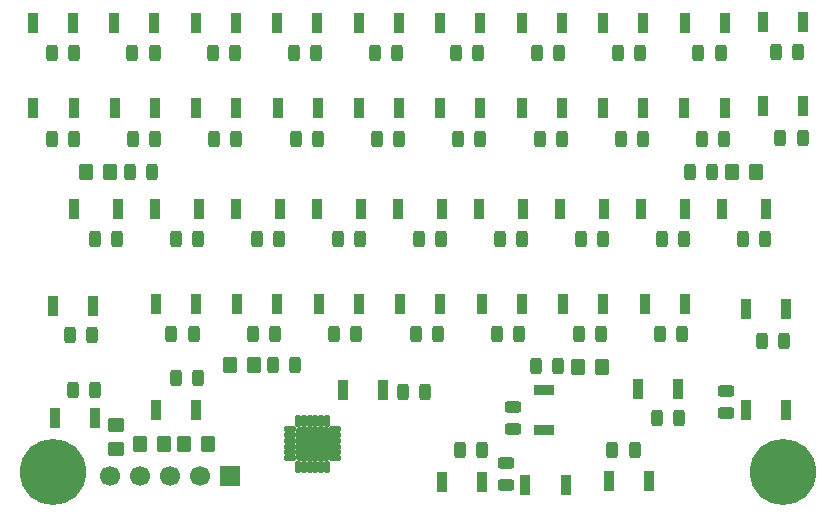
<source format=gbr>
%TF.GenerationSoftware,KiCad,Pcbnew,9.0.6*%
%TF.CreationDate,2026-02-19T22:08:45+11:00*%
%TF.ProjectId,Cooee_keyboard_68mm,436f6f65-655f-46b6-9579-626f6172645f,rev?*%
%TF.SameCoordinates,Original*%
%TF.FileFunction,Soldermask,Top*%
%TF.FilePolarity,Negative*%
%FSLAX46Y46*%
G04 Gerber Fmt 4.6, Leading zero omitted, Abs format (unit mm)*
G04 Created by KiCad (PCBNEW 9.0.6) date 2026-02-19 22:08:45*
%MOMM*%
%LPD*%
G01*
G04 APERTURE LIST*
G04 Aperture macros list*
%AMRoundRect*
0 Rectangle with rounded corners*
0 $1 Rounding radius*
0 $2 $3 $4 $5 $6 $7 $8 $9 X,Y pos of 4 corners*
0 Add a 4 corners polygon primitive as box body*
4,1,4,$2,$3,$4,$5,$6,$7,$8,$9,$2,$3,0*
0 Add four circle primitives for the rounded corners*
1,1,$1+$1,$2,$3*
1,1,$1+$1,$4,$5*
1,1,$1+$1,$6,$7*
1,1,$1+$1,$8,$9*
0 Add four rect primitives between the rounded corners*
20,1,$1+$1,$2,$3,$4,$5,0*
20,1,$1+$1,$4,$5,$6,$7,0*
20,1,$1+$1,$6,$7,$8,$9,0*
20,1,$1+$1,$8,$9,$2,$3,0*%
G04 Aperture macros list end*
%ADD10RoundRect,0.243750X-0.243750X-0.456250X0.243750X-0.456250X0.243750X0.456250X-0.243750X0.456250X0*%
%ADD11R,1.700000X0.900000*%
%ADD12R,0.900000X1.700000*%
%ADD13C,3.600000*%
%ADD14C,5.600000*%
%ADD15RoundRect,0.243750X-0.456250X0.243750X-0.456250X-0.243750X0.456250X-0.243750X0.456250X0.243750X0*%
%ADD16RoundRect,0.250000X0.350000X0.450000X-0.350000X0.450000X-0.350000X-0.450000X0.350000X-0.450000X0*%
%ADD17RoundRect,0.250000X-0.350000X-0.450000X0.350000X-0.450000X0.350000X0.450000X-0.350000X0.450000X0*%
%ADD18RoundRect,0.243750X0.243750X0.456250X-0.243750X0.456250X-0.243750X-0.456250X0.243750X-0.456250X0*%
%ADD19RoundRect,0.102000X0.420000X0.130000X-0.420000X0.130000X-0.420000X-0.130000X0.420000X-0.130000X0*%
%ADD20RoundRect,0.102000X0.130000X0.420000X-0.130000X0.420000X-0.130000X-0.420000X0.130000X-0.420000X0*%
%ADD21RoundRect,0.102000X1.300000X1.300000X-1.300000X1.300000X-1.300000X-1.300000X1.300000X-1.300000X0*%
%ADD22RoundRect,0.250000X0.450000X-0.350000X0.450000X0.350000X-0.450000X0.350000X-0.450000X-0.350000X0*%
%ADD23R,1.700000X1.700000*%
%ADD24C,1.700000*%
G04 APERTURE END LIST*
D10*
%TO.C,D36*%
X160258699Y-82250000D03*
X162133701Y-82250000D03*
%TD*%
D11*
%TO.C,SWe88*%
X160850001Y-110774999D03*
X160850001Y-114175001D03*
%TD*%
D10*
%TO.C,D39*%
X180525499Y-82150000D03*
X182400501Y-82150000D03*
%TD*%
%TO.C,D20*%
X143415599Y-97975000D03*
X145290601Y-97975000D03*
%TD*%
%TO.C,D52*%
X170413899Y-113200000D03*
X172288901Y-113200000D03*
%TD*%
%TO.C,D11*%
X132869599Y-82250000D03*
X134744601Y-82250000D03*
%TD*%
D12*
%TO.C,SWe14*%
X158983300Y-86875000D03*
X162383300Y-86875000D03*
%TD*%
%TO.C,SWe64*%
X148700000Y-103525000D03*
X152100000Y-103525000D03*
%TD*%
D10*
%TO.C,D4*%
X137925000Y-108700000D03*
X139800000Y-108700000D03*
%TD*%
D13*
%TO.C,H2*%
X119300000Y-117700000D03*
D14*
X119300000Y-117700000D03*
%TD*%
D10*
%TO.C,D15*%
X132959699Y-89550000D03*
X134834701Y-89550000D03*
%TD*%
D12*
%TO.C,SWe7*%
X169800000Y-118500000D03*
X166399998Y-118500000D03*
%TD*%
%TO.C,SWe12*%
X119475000Y-113175000D03*
X122875000Y-113175000D03*
%TD*%
%TO.C,SWe13*%
X152200000Y-118575000D03*
X155600000Y-118575000D03*
%TD*%
D10*
%TO.C,D21*%
X150008299Y-106025000D03*
X151883301Y-106025000D03*
%TD*%
%TO.C,D26*%
X157134399Y-97975000D03*
X159009401Y-97975000D03*
%TD*%
%TO.C,D43*%
X174276399Y-89550000D03*
X176151401Y-89550000D03*
%TD*%
%TO.C,D14*%
X136219399Y-106025000D03*
X138094401Y-106025000D03*
%TD*%
D12*
%TO.C,SWe50*%
X181400001Y-112450000D03*
X177999999Y-112450000D03*
%TD*%
D10*
%TO.C,D17*%
X143113899Y-106025000D03*
X144988901Y-106025000D03*
%TD*%
D12*
%TO.C,SWe38*%
X169051065Y-95475000D03*
X172780476Y-95475000D03*
%TD*%
D15*
%TO.C,D22*%
X157650001Y-116987499D03*
X157650001Y-118862501D03*
%TD*%
D10*
%TO.C,D27*%
X163797199Y-106025000D03*
X165672201Y-106025000D03*
%TD*%
%TO.C,D45*%
X170853099Y-97975000D03*
X172728101Y-97975000D03*
%TD*%
D12*
%TO.C,SWe20*%
X138283300Y-79750000D03*
X141683300Y-79750000D03*
%TD*%
%TO.C,SWe21*%
X145186100Y-79750000D03*
X148586100Y-79750000D03*
%TD*%
%TO.C,SWe73*%
X148497794Y-95475000D03*
X152227206Y-95475000D03*
%TD*%
%TO.C,SWe53*%
X134800047Y-95475000D03*
X138529459Y-95475000D03*
%TD*%
%TO.C,SWe87*%
X155600000Y-103525000D03*
X159000000Y-103525000D03*
%TD*%
%TO.C,SWe2*%
X162700002Y-118800000D03*
X159300000Y-118800000D03*
%TD*%
D10*
%TO.C,D8*%
X122837499Y-97975000D03*
X124712501Y-97975000D03*
%TD*%
D12*
%TO.C,SWe33*%
X121074999Y-95475000D03*
X124804412Y-95475000D03*
%TD*%
D10*
%TO.C,D16*%
X136556299Y-97975000D03*
X138431301Y-97975000D03*
%TD*%
D12*
%TO.C,SWe62*%
X138316700Y-86875000D03*
X141716700Y-86875000D03*
%TD*%
%TO.C,SWe28*%
X172797200Y-79750000D03*
X176197200Y-79750000D03*
%TD*%
%TO.C,SWe27*%
X165894400Y-79750000D03*
X169294400Y-79750000D03*
%TD*%
%TO.C,SWe29*%
X179425000Y-79650000D03*
X182825000Y-79650000D03*
%TD*%
%TO.C,SWe34*%
X128000000Y-103525000D03*
X131400000Y-103525000D03*
%TD*%
D10*
%TO.C,D25*%
X153618099Y-89550000D03*
X155493101Y-89550000D03*
%TD*%
D16*
%TO.C,R2*%
X136300000Y-108700000D03*
X134300000Y-108700000D03*
%TD*%
D10*
%TO.C,D3*%
X120762499Y-106175000D03*
X122637501Y-106175000D03*
%TD*%
D17*
%TO.C,R6*%
X163762499Y-108805000D03*
X165762499Y-108805000D03*
%TD*%
D18*
%TO.C,D91*%
X150803409Y-110975336D03*
X148928407Y-110975336D03*
%TD*%
D12*
%TO.C,SWe4*%
X152094400Y-86875000D03*
X155494400Y-86875000D03*
%TD*%
D19*
%TO.C,U1*%
X143220000Y-116575000D03*
X143220000Y-116075000D03*
X143220000Y-115575000D03*
X143220000Y-115075000D03*
X143220000Y-114575000D03*
X143220000Y-114075000D03*
D20*
X142525000Y-113380000D03*
X142025000Y-113380000D03*
X141525000Y-113380000D03*
X141025000Y-113380000D03*
X140525000Y-113380000D03*
X140025000Y-113380000D03*
D19*
X139330000Y-114075000D03*
X139330000Y-114575000D03*
X139330000Y-115075000D03*
X139330000Y-115575000D03*
X139330000Y-116075000D03*
X139330000Y-116575000D03*
D20*
X140025000Y-117270000D03*
X140525000Y-117270000D03*
X141025000Y-117270000D03*
X141525000Y-117270000D03*
X142025000Y-117270000D03*
X142525000Y-117270000D03*
D21*
X141275000Y-115325000D03*
%TD*%
D22*
%TO.C,R1*%
X124660000Y-115770000D03*
X124660000Y-113770000D03*
%TD*%
D12*
%TO.C,SWe26*%
X158991700Y-79750000D03*
X162391700Y-79750000D03*
%TD*%
D10*
%TO.C,D18*%
X153749999Y-115850000D03*
X155625001Y-115850000D03*
%TD*%
D12*
%TO.C,SWe63*%
X141648871Y-95475000D03*
X145378282Y-95475000D03*
%TD*%
%TO.C,SWe44*%
X134900000Y-103525000D03*
X138300000Y-103525000D03*
%TD*%
D10*
%TO.C,D6*%
X125825000Y-92300000D03*
X127700000Y-92300000D03*
%TD*%
%TO.C,D23*%
X146731899Y-89550000D03*
X148606901Y-89550000D03*
%TD*%
D12*
%TO.C,SWe15*%
X162195541Y-95475000D03*
X165924953Y-95475000D03*
%TD*%
%TO.C,SWe42*%
X124538900Y-86875000D03*
X127938900Y-86875000D03*
%TD*%
%TO.C,SWe25*%
X152088900Y-79750000D03*
X155488900Y-79750000D03*
%TD*%
D10*
%TO.C,D92*%
X156902800Y-106025000D03*
X158777800Y-106025000D03*
%TD*%
%TO.C,D5*%
X120999999Y-110800000D03*
X122875001Y-110800000D03*
%TD*%
%TO.C,D24*%
X150274999Y-97975000D03*
X152150001Y-97975000D03*
%TD*%
D15*
%TO.C,D93*%
X158250001Y-112237499D03*
X158250001Y-114112501D03*
%TD*%
D12*
%TO.C,SWe52*%
X131427800Y-86875000D03*
X134827800Y-86875000D03*
%TD*%
D10*
%TO.C,D32*%
X179299999Y-106675000D03*
X181175001Y-106675000D03*
%TD*%
D18*
%TO.C,D47*%
X162100000Y-108800000D03*
X160224998Y-108800000D03*
%TD*%
D10*
%TO.C,D38*%
X173953199Y-82250000D03*
X175828201Y-82250000D03*
%TD*%
%TO.C,D13*%
X129696899Y-97975000D03*
X131571901Y-97975000D03*
%TD*%
D12*
%TO.C,SWe48*%
X168800000Y-110700000D03*
X172200000Y-110700000D03*
%TD*%
D10*
%TO.C,D30*%
X163993799Y-97975000D03*
X165868801Y-97975000D03*
%TD*%
%TO.C,D9*%
X119187499Y-89550000D03*
X121062501Y-89550000D03*
%TD*%
%TO.C,D34*%
X146564099Y-82250000D03*
X148439101Y-82250000D03*
%TD*%
%TO.C,D10*%
X126022299Y-82250000D03*
X127897301Y-82250000D03*
%TD*%
D12*
%TO.C,SWe54*%
X141800000Y-103525000D03*
X145200000Y-103525000D03*
%TD*%
D16*
%TO.C,R7*%
X132390000Y-115340000D03*
X130390000Y-115340000D03*
%TD*%
D12*
%TO.C,SWe39*%
X175920588Y-95475000D03*
X179650000Y-95475000D03*
%TD*%
%TO.C,SWe72*%
X145205600Y-86875000D03*
X148605600Y-86875000D03*
%TD*%
%TO.C,SWe16*%
X169400000Y-103525000D03*
X172800000Y-103525000D03*
%TD*%
D16*
%TO.C,R3*%
X124125000Y-92300000D03*
X122125000Y-92300000D03*
%TD*%
D10*
%TO.C,D35*%
X153411399Y-82250000D03*
X155286401Y-82250000D03*
%TD*%
D12*
%TO.C,SWe47*%
X127984700Y-112475000D03*
X131384700Y-112475000D03*
%TD*%
%TO.C,SWe86*%
X143840908Y-110775336D03*
X147240908Y-110775336D03*
%TD*%
D18*
%TO.C,D28*%
X168537501Y-115875000D03*
X166662499Y-115875000D03*
%TD*%
D12*
%TO.C,SWe5*%
X155346718Y-95475000D03*
X159076129Y-95475000D03*
%TD*%
D10*
%TO.C,D42*%
X167390299Y-89550000D03*
X169265301Y-89550000D03*
%TD*%
%TO.C,D2*%
X119174999Y-82250000D03*
X121050001Y-82250000D03*
%TD*%
%TO.C,D44*%
X180887498Y-89425000D03*
X182762500Y-89425000D03*
%TD*%
%TO.C,D19*%
X139845799Y-89550000D03*
X141720801Y-89550000D03*
%TD*%
D12*
%TO.C,ESC1*%
X117574999Y-79750000D03*
X120975001Y-79750000D03*
%TD*%
%TO.C,SWe35*%
X165872200Y-86875000D03*
X169272200Y-86875000D03*
%TD*%
D10*
%TO.C,D29*%
X160504199Y-89550000D03*
X162379201Y-89550000D03*
%TD*%
D12*
%TO.C,SWe32*%
X117649999Y-86875000D03*
X121050001Y-86875000D03*
%TD*%
D10*
%TO.C,D31*%
X170691699Y-106025000D03*
X172566701Y-106025000D03*
%TD*%
D12*
%TO.C,SWe8*%
X124477800Y-79750000D03*
X127877800Y-79750000D03*
%TD*%
%TO.C,SWe6*%
X162500000Y-103525000D03*
X165900000Y-103525000D03*
%TD*%
D10*
%TO.C,D7*%
X129324999Y-106025000D03*
X131200001Y-106025000D03*
%TD*%
D12*
%TO.C,SWe43*%
X127944524Y-95475000D03*
X131673935Y-95475000D03*
%TD*%
D10*
%TO.C,D51*%
X129687499Y-109800000D03*
X131562501Y-109800000D03*
%TD*%
D12*
%TO.C,SWe37*%
X179374998Y-86750000D03*
X182775000Y-86750000D03*
%TD*%
%TO.C,SWe17*%
X177975000Y-103925000D03*
X181375000Y-103925000D03*
%TD*%
D15*
%TO.C,D54*%
X176275000Y-110887499D03*
X176275000Y-112762501D03*
%TD*%
D12*
%TO.C,SWe36*%
X172761100Y-86875000D03*
X176161100Y-86875000D03*
%TD*%
D10*
%TO.C,D33*%
X139716799Y-82250000D03*
X141591801Y-82250000D03*
%TD*%
D12*
%TO.C,SWe24*%
X119300000Y-103675000D03*
X122700000Y-103675000D03*
%TD*%
D18*
%TO.C,D40*%
X175137501Y-92300000D03*
X173262499Y-92300000D03*
%TD*%
D17*
%TO.C,R4*%
X176800000Y-92300000D03*
X178800000Y-92300000D03*
%TD*%
D10*
%TO.C,D12*%
X126073599Y-89550000D03*
X127948601Y-89550000D03*
%TD*%
%TO.C,D46*%
X177712499Y-97975000D03*
X179587501Y-97975000D03*
%TD*%
D13*
%TO.C,H1*%
X181100000Y-117700000D03*
D14*
X181100000Y-117700000D03*
%TD*%
D10*
%TO.C,D37*%
X167105999Y-82250000D03*
X168981001Y-82250000D03*
%TD*%
D17*
%TO.C,R5*%
X126680000Y-115330000D03*
X128680000Y-115330000D03*
%TD*%
D12*
%TO.C,SWe18*%
X131380600Y-79750000D03*
X134780600Y-79750000D03*
%TD*%
D23*
%TO.C,J9*%
X134260000Y-118090000D03*
D24*
X131720000Y-118090000D03*
X129180001Y-118090000D03*
X126640000Y-118090000D03*
X124100000Y-118090000D03*
%TD*%
M02*

</source>
